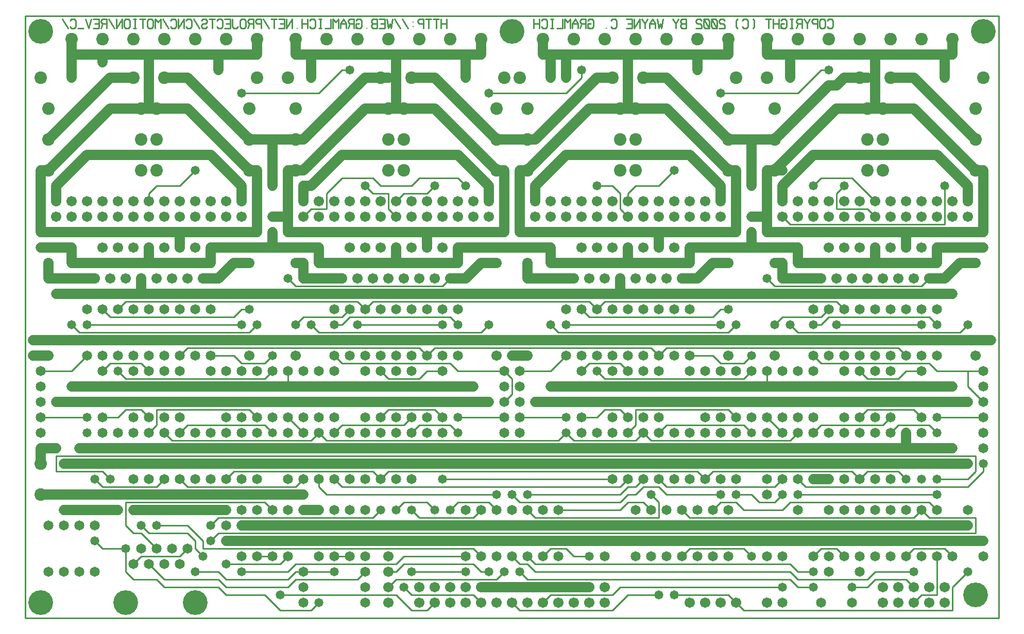
<source format=gbl>
%MOIN*%
%FSLAX25Y25*%
G04 D10 used for Character Trace; *
G04     Circle (OD=.01000) (No hole)*
G04 D11 used for Power Trace; *
G04     Circle (OD=.06700) (No hole)*
G04 D12 used for Signal Trace; *
G04     Circle (OD=.01100) (No hole)*
G04 D13 used for Via; *
G04     Circle (OD=.05800) (Round. Hole ID=.02800)*
G04 D14 used for Component hole; *
G04     Circle (OD=.06500) (Round. Hole ID=.03500)*
G04 D15 used for Component hole; *
G04     Circle (OD=.06700) (Round. Hole ID=.04300)*
G04 D16 used for Component hole; *
G04     Circle (OD=.08100) (Round. Hole ID=.05100)*
G04 D17 used for Component hole; *
G04     Circle (OD=.08900) (Round. Hole ID=.05900)*
G04 D18 used for Component hole; *
G04     Circle (OD=.11300) (Round. Hole ID=.08300)*
G04 D19 used for Component hole; *
G04     Circle (OD=.16000) (Round. Hole ID=.13000)*
G04 D20 used for Component hole; *
G04     Circle (OD=.18300) (Round. Hole ID=.15300)*
G04 D21 used for Component hole; *
G04     Circle (OD=.22291) (Round. Hole ID=.19291)*
%ADD10C,.01000*%
%ADD11C,.06700*%
%ADD12C,.01100*%
%ADD13C,.05800*%
%ADD14C,.06500*%
%ADD15C,.06700*%
%ADD16C,.08100*%
%ADD17C,.08900*%
%ADD18C,.11300*%
%ADD19C,.16000*%
%ADD20C,.18300*%
%ADD21C,.22291*%
%IPPOS*%
%LPD*%
G90*X0Y0D02*D19*X10000Y10000D03*D14*              
X25000Y30000D03*X15000D03*X35000D03*X45000D03*D13*
Y50000D03*D12*X50000Y45000D01*X65000D01*D13*D03*  
D12*Y30000D01*X70000Y25000D01*X85000D01*          
X90000Y20000D01*X125000D01*X130000Y15000D01*      
X155000D01*X165000Y5000D01*X185000D01*            
X190000Y10000D01*D13*D03*D14*X180000Y20000D03*    
Y10000D03*D12*X170000Y20000D02*X175000Y25000D01*  
X130000Y20000D02*X170000D01*X130000D02*           
X125000Y25000D01*X90000D01*X80000Y35000D01*D14*   
D03*D12*X70000D02*X75000Y40000D01*D14*            
X70000Y35000D03*D12*X75000Y40000D02*X100000D01*   
X105000Y45000D01*D14*D03*D12*X110000D02*Y50000D01*
X115000Y40000D02*X110000Y45000D01*D13*            
X115000Y40000D03*D12*Y45000D02*X290000D01*        
X295000Y40000D01*D14*D03*D12*Y30000D02*           
X290000Y35000D01*X295000Y30000D02*X300000D01*D13* 
D03*D12*X240000Y25000D02*X305000D01*              
X235000Y20000D02*X240000Y25000D01*D15*            
X235000Y20000D03*D12*X250000Y5000D02*             
X240000Y15000D01*X250000Y5000D02*X260000D01*      
X265000Y10000D01*D15*D03*X275000Y20000D03*        
X255000D03*X275000Y10000D03*X265000Y20000D03*     
X255000Y10000D03*D12*X250000Y15000D02*X290000D01* 
X295000Y10000D01*D15*D03*X305000Y20000D03*D11*    
X295000D01*D15*D03*X305000Y10000D03*D13*          
X285000Y30000D03*D12*X250000D01*D13*D03*D12*      
X240000D02*X245000Y35000D01*X235000Y30000D02*     
X240000D01*D15*X235000D03*D12*X175000Y35000D02*   
X240000D01*X170000Y30000D02*X175000Y35000D01*     
X140000Y30000D02*X170000D01*D13*X140000D03*D14*   
X150000Y40000D03*D12*X160000D01*D14*D03*D12*      
X130000Y35000D02*X165000D01*D13*X130000D03*D12*   
Y25000D02*X125000Y30000D01*X130000Y25000D02*      
X170000D01*X175000Y30000D01*X180000D01*D14*D03*   
D12*X200000D01*D13*D03*D14*X210000Y40000D03*D12*  
X200000D01*D14*D03*D13*Y50000D03*D11*X180000D01*  
D14*D03*D11*X170000D01*D13*D03*D11*X130000D01*D13*
D03*D12*X120000D02*X125000Y55000D01*D13*          
X120000Y50000D03*D12*X125000Y55000D02*X615000D01* 
Y65000D01*X585000D01*X580000Y70000D01*D14*D03*D12*
X575000Y65000D01*X430000D01*X425000Y70000D01*D14* 
D03*D12*X415000Y80000D02*X450000D01*D13*D03*D12*  
X445000Y70000D02*X450000Y75000D01*D14*            
X445000Y70000D03*D12*X450000Y75000D02*X460000D01* 
X465000Y70000D01*X490000D01*X495000Y75000D01*     
X585000D01*X590000Y70000D01*D14*D03*D13*Y80000D03*
D12*X500000D01*D13*D03*D12*X505000Y85000D02*      
X610000D01*X620000Y95000D01*Y100000D01*D13*D03*   
D12*X615000Y95000D02*Y105000D01*X610000Y90000D02* 
X615000Y95000D01*X590000Y90000D02*X610000D01*D13* 
X590000D03*X580000Y100000D03*D11*X570000D01*D14*  
D03*D11*X520000D01*D13*D03*D11*X420000D01*D13*D03*
D11*X370000D01*D14*D03*D11*X350000D01*D13*D03*D11*
X330000D01*D13*D03*D11*X300000D01*D13*D03*D11*    
X270000D01*D13*D03*D11*X260000D01*D14*D03*D11*    
X210000D01*D13*D03*D11*X110000D01*D13*D03*D11*    
X60000D01*D14*D03*D11*X50000D01*D13*D03*D11*      
X25000D01*D13*D03*D12*X20000Y95000D02*Y105000D01* 
Y95000D02*X50000D01*X55000Y90000D01*D13*D03*D12*  
X50000Y85000D02*X85000D01*X90000Y90000D01*D14*D03*
X100000D03*D12*X105000Y85000D01*X175000D01*       
X180000Y90000D01*D14*D03*D12*X195000Y80000D02*    
X190000Y85000D01*X195000Y80000D02*X305000D01*D13* 
D03*D12*Y70000D02*X300000Y75000D01*D14*           
X305000Y70000D03*D12*X280000Y75000D02*X300000D01* 
X275000Y70000D02*X280000Y75000D01*D13*            
X275000Y70000D03*X285000Y60000D03*D11*X230000D01* 
D13*D03*D11*X190000D01*D13*D03*D11*X160000D01*D13*
D03*D11*X140000D01*D13*D03*D14*X150000Y70000D03*  
D13*X130000D03*D11*X100000D01*D13*D03*D11*        
X70000D01*D13*D03*D12*X65000Y60000D02*Y75000D01*  
X70000Y55000D02*X65000Y60000D01*X70000Y55000D02*  
X75000D01*X85000Y45000D01*D14*D03*X95000D03*      
X75000D03*D12*X80000Y55000D02*X105000D01*         
X110000Y50000D01*X115000Y45000D02*Y50000D01*      
X105000Y60000D01*X85000D01*D13*D03*D12*           
X80000Y55000D02*X75000Y60000D01*D13*D03*          
X60000Y70000D03*D11*X25000D01*D13*D03*D14*        
X35000Y60000D03*D13*Y80000D03*D11*X10000D01*D16*  
D03*Y100000D03*D11*Y110000D01*X20000D01*D13*D03*  
D12*Y105000D02*X615000D01*D14*X620000Y110000D03*  
D13*X610000Y100000D03*D11*X580000D01*             
X520000Y110000D02*X570000D01*D13*X520000D03*D11*  
X470000D01*D13*D03*D11*X420000D01*D13*D03*D11*    
X370000D01*D13*D03*D11*X340000D01*D13*D03*D11*    
X290000D01*D13*D03*D11*X260000D01*D13*D03*D11*    
X210000D01*D13*D03*D11*X160000D01*D13*D03*D11*    
X110000D01*D13*D03*D11*X60000D01*D13*D03*D11*     
X35000D01*D13*D03*X40000Y120000D03*D14*X50000D03* 
Y130000D03*D12*X60000D01*X65000Y135000D01*        
X75000D01*X80000Y130000D01*D14*D03*D12*Y120000D02*
X85000Y125000D01*D14*X80000Y120000D03*D12*        
X85000Y125000D02*Y135000D01*X145000D01*           
X150000Y130000D01*D14*D03*D12*X160000Y120000D02*  
X155000Y125000D01*D13*X160000Y120000D03*D12*      
X105000Y125000D02*X155000D01*X100000Y120000D02*   
X105000Y125000D01*D14*X100000Y120000D03*D12*      
X95000Y115000D02*X185000D01*X190000Y120000D01*D14*
D03*D12*X195000Y115000D01*X345000D01*             
X350000Y120000D01*D13*D03*D12*X355000Y115000D01*  
X395000D01*X400000Y120000D01*D14*D03*D12*         
X405000Y115000D01*X495000D01*X500000Y120000D01*   
D14*D03*X510000Y130000D03*X490000D03*             
X510000Y120000D03*D12*X515000Y125000D01*          
X555000D01*X560000Y130000D01*D14*D03*D12*         
Y120000D02*X565000Y125000D01*D14*                 
X560000Y120000D03*D12*X565000Y125000D02*          
X585000D01*X590000Y120000D01*D13*D03*             
X600000Y110000D03*D11*X580000D01*D14*D03*D11*     
X570000D01*Y120000D01*D14*D03*X580000Y130000D03*  
D12*X575000Y135000D01*X545000D01*                 
X540000Y130000D01*D14*D03*X550000Y120000D03*D13*  
Y140000D03*D11*X530000D01*D13*D03*D11*X510000D01* 
D13*D03*D11*X430000D01*D14*D03*D11*X400000D01*D13*
D03*D11*X380000D01*D13*D03*D11*X360000D01*D14*D03*
D11*X330000D01*D13*D03*X340000Y150000D03*D11*     
X360000D01*D14*D03*D11*X370000D01*D13*D03*D11*    
X380000D01*D13*D03*D11*X400000D01*D13*D03*D11*    
X420000D01*D13*D03*D11*X430000D01*D13*D03*D11*    
X440000D01*D13*D03*D11*X480000D01*X520000D01*D13* 
D03*D11*X530000D01*D13*D03*D11*X580000D01*D14*D03*
D11*X600000D01*D13*D03*X610000Y140000D03*D11*     
X580000D01*D14*D03*D11*X550000D01*D14*Y130000D03* 
D12*X545000Y155000D02*X565000D01*X545000D02*      
X540000Y160000D01*D14*D03*X550000Y170000D03*      
X530000D03*X550000Y160000D03*X540000Y170000D03*   
X530000Y160000D03*D13*X550000Y180000D03*D11*      
X485000D01*D13*D03*D11*X470000D01*D13*D03*D11*    
X455000D01*D13*D03*D11*X390000D01*D13*D03*D11*    
X315000D01*D13*D03*D11*X305000D01*D13*D03*D11*    
X240000D01*D13*D03*D11*X175000D01*D13*D03*D11*    
X160000D01*D13*D03*D11*X145000D01*D13*D03*D11*    
X80000D01*D13*D03*D11*X5000D01*D13*D03*D15*       
X15000Y170000D03*D11*X5000D01*D13*D03*D14*        
X10000Y160000D03*D12*X30000D01*X40000Y170000D01*  
D14*D03*X50000Y160000D03*D12*X55000Y165000D01*    
X75000D01*X80000Y160000D01*D14*D03*D13*           
X90000Y150000D03*D11*X70000D01*D13*D03*D11*       
X60000D01*D13*D03*D11*X50000D01*D14*D03*D11*      
X30000D01*D13*D03*X20000Y140000D03*D11*X50000D01* 
D14*D03*D11*X70000D01*D13*D03*D11*X90000D01*D13*  
D03*D11*X120000D01*D14*D03*D11*X200000D01*D13*D03*
D11*X220000D01*D13*D03*D11*X240000D01*D13*D03*D11*
X260000D01*D13*D03*D11*X270000D01*D14*D03*D11*    
X300000D01*D13*D03*D14*X310000Y130000D03*D12*     
X280000D01*D13*D03*D12*Y120000D02*                
X275000Y125000D01*D13*X280000Y120000D03*D12*      
X255000Y125000D02*X275000D01*X250000Y120000D02*   
X255000Y125000D01*D14*X250000Y120000D03*D12*      
X205000Y125000D02*X245000D01*X200000Y120000D02*   
X205000Y125000D01*D14*X200000Y120000D03*          
X190000Y130000D03*X210000Y120000D03*              
X200000Y130000D03*X180000D03*X220000Y120000D03*   
X180000D03*D12*X170000Y130000D01*D14*D03*         
X160000D03*X170000Y120000D03*D11*                 
X130000Y150000D02*X170000D01*D13*X130000D03*D11*  
X120000D01*D13*D03*D11*X110000D01*D13*D03*D11*    
X90000D01*D14*X100000Y160000D03*X90000D03*        
X110000Y170000D03*X70000D03*Y130000D03*           
X100000Y170000D03*D12*X105000Y175000D01*          
X255000D01*X260000Y170000D01*D14*D03*D12*         
X265000Y175000D01*X405000D01*X410000Y170000D01*   
D14*D03*D12*X415000Y175000D01*X565000D01*         
X570000Y170000D01*D14*D03*X580000Y160000D03*D12*  
X570000D01*X565000Y155000D01*D14*                 
X560000Y160000D03*X580000Y170000D03*X560000D03*   
D12*X590000Y160000D02*X585000Y165000D01*          
X590000Y160000D02*X610000D01*Y150000D01*          
X620000Y140000D01*D14*D03*Y150000D03*Y130000D03*  
D12*X590000D01*D13*D03*D14*X580000Y120000D03*     
X620000Y160000D03*D12*X610000D01*D15*             
X615000Y170000D03*D13*X625000Y180000D03*D11*      
X615000D01*D13*D03*D11*X550000D01*D14*            
X570000Y200000D03*X530000D03*D12*                 
X525000Y205000D01*X375000D01*X370000Y200000D01*   
D14*D03*D12*X365000Y205000D01*X225000D01*         
X220000Y200000D01*D14*D03*D12*X215000Y205000D01*  
X65000D01*X60000Y200000D01*D14*D03*D12*           
X55000Y195000D02*X135000D01*X140000Y200000D01*    
X145000D01*D13*D03*X140000Y190000D03*D12*         
X40000D01*D13*D03*D12*X35000Y185000D02*X145000D01*
X150000Y190000D01*D13*D03*X130000Y210000D03*D11*  
X80000D01*D13*D03*D11*X75000D01*X30000D01*D14*D03*
D11*X20000D01*D13*D03*D11*X15000Y220000D02*       
X45000D01*D15*D03*X55000D03*D14*X30000Y230000D03* 
D11*X80000D01*X120000D01*Y240000D01*X150000D01*   
D13*D03*D11*X160000D01*X170000D01*D13*D03*D11*    
X190000D01*Y230000D01*D14*D03*D11*X240000D01*     
X280000D01*Y240000D01*X310000D01*D13*D03*D11*     
X320000D01*D13*D03*D11*X340000D01*Y230000D01*D14* 
D03*D11*X390000D01*X430000D01*Y240000D01*         
X460000D01*D13*D03*D11*X470000D01*X480000D01*D13* 
D03*D11*X500000D01*Y230000D01*D14*D03*D11*        
X550000D01*X590000D01*Y240000D01*X620000D01*D13*  
D03*D15*X615000Y230000D03*D11*X605000D01*         
X595000Y220000D01*X585000D01*D15*D03*D12*         
X580000Y215000D01*X485000D01*X480000Y220000D01*   
D13*D03*D11*X490000D02*Y230000D01*Y220000D02*     
X515000D01*D15*D03*X525000D03*D14*                
X500000Y210000D03*D11*X440000D01*D13*D03*D11*     
X390000D01*D13*D03*D11*X385000D01*X340000D01*D14* 
D03*D11*X330000D01*D13*D03*D11*X290000D01*D13*D03*
D11*X235000D01*D13*D03*D11*X190000D01*D14*D03*D11*
X130000D01*D14*X120000Y200000D03*D11*             
X115000Y220000D02*X125000D01*D15*X115000D03*D11*  
X125000D02*X135000Y230000D01*X145000D01*D15*D03*  
D11*X160000Y240000D02*Y250000D01*D14*D03*D11*     
X170000D02*Y260000D01*Y250000D02*X260000D01*      
Y240000D01*D15*D03*X270000D03*D11*                
X260000Y250000D02*X310000D01*Y290000D01*          
X305000D01*D16*D03*D11*X275000Y320000D01*D13*D03* 
D11*X270000Y325000D01*D13*D03*D11*                
X265000Y330000D01*X245000D01*D16*D03*D11*         
X240000D01*X235000D01*D16*D03*D11*X220000D01*     
X210000Y320000D01*D13*D03*D11*X205000Y315000D01*  
D13*D03*D11*X180000Y290000D01*X175000D01*D16*D03* 
D11*X170000D01*Y260000D01*X160000D01*D14*D03*D11* 
X140000Y250000D02*X150000D01*D14*X140000D03*D11*  
X100000D01*Y240000D01*D15*D03*X110000D03*D11*     
X10000Y250000D02*X100000D01*X10000D02*Y290000D01* 
X15000D01*D16*D03*D11*X45000Y320000D01*D13*D03*   
D11*X50000Y325000D01*D13*D03*D11*X55000Y330000D01*
X75000D01*D16*D03*D11*X80000D01*X85000D01*D16*D03*
D11*X105000D01*X110000Y325000D01*D13*D03*D11*     
X115000Y320000D01*D13*D03*D11*X145000Y290000D01*  
D16*D03*D11*X150000D01*Y250000D01*D15*            
X140000Y260000D03*X130000Y270000D03*Y260000D03*   
X140000Y270000D03*D11*Y280000D01*                 
X120000Y300000D01*X40000D01*X20000Y280000D01*     
Y270000D01*D15*D03*X30000Y260000D03*Y270000D03*   
X20000Y260000D03*X40000D03*Y270000D03*            
X50000Y240000D03*Y260000D03*D13*X10000Y240000D03* 
D11*X30000D01*Y230000D01*D15*X15000D03*D11*       
Y220000D01*D14*X40000Y200000D03*D13*              
X30000Y190000D03*D12*X35000Y185000D01*D14*        
X50000Y170000D03*Y200000D03*D12*X55000Y195000D01* 
D14*X70000Y200000D03*D11*X75000Y210000D02*        
Y220000D01*D15*D03*D11*X80000Y230000D02*          
Y240000D01*D15*D03*X90000D03*X70000D03*           
X100000Y260000D03*X60000D03*X65000Y220000D03*     
X90000Y260000D03*X80000D03*X60000Y240000D03*      
X85000Y220000D03*X70000Y260000D03*                
X95000Y220000D03*X105000D03*X110000Y270000D03*    
X50000D03*X100000D03*X90000D03*X80000D03*D12*     
Y275000D01*X85000Y280000D01*X100000D01*           
X110000Y290000D01*D13*D03*D15*X120000Y270000D03*  
D16*X85000Y310000D03*Y290000D03*D15*              
X110000Y260000D03*X120000D03*D16*X75000Y310000D03*
Y290000D03*X145000Y310000D03*D11*X160000D01*      
Y280000D01*D14*D03*D15*X180000Y260000D03*D12*     
X185000Y265000D01*X195000D01*Y275000D01*          
X205000Y285000D01*X225000D01*X230000Y280000D01*   
X250000D01*X255000Y285000D01*X280000D01*          
X285000Y280000D01*D13*D03*D15*X280000Y270000D03*  
X290000D03*X300000D03*D11*Y280000D01*             
X280000Y300000D01*X205000D01*X185000Y280000D01*   
X180000D01*Y270000D01*D15*D03*X190000Y260000D03*  
Y270000D03*X200000Y260000D03*Y270000D03*          
X210000Y240000D03*Y260000D03*Y270000D03*          
X220000Y240000D03*Y260000D03*X175000Y230000D03*   
D11*X180000D01*Y220000D01*X205000D01*D15*D03*     
X215000D03*D14*X200000Y200000D03*D15*             
X225000Y220000D03*D14*X210000Y200000D03*D12*      
X205000Y195000D01*X180000D01*X175000Y190000D01*   
D13*D03*X185000D03*D12*X190000Y185000D01*         
X295000D01*X300000Y190000D01*D13*D03*D14*         
X280000Y170000D03*Y200000D03*D13*Y190000D03*D12*  
X275000Y195000D01*X210000D01*X205000Y190000D01*   
X200000D01*D13*D03*X215000D03*D12*X270000D01*D13* 
D03*D14*X260000Y200000D03*X270000D03*             
X250000Y170000D03*Y200000D03*X270000Y170000D03*   
D12*X175000Y215000D02*X270000D01*X175000D02*      
X170000Y220000D01*D13*D03*D14*X220000Y170000D03*  
D15*Y270000D03*D14*X120000Y170000D03*D12*         
X135000D01*X140000Y165000D01*X155000D01*          
X160000Y170000D01*D13*D03*D14*X170000Y160000D03*  
D12*Y150000D01*D11*X210000D01*D13*D03*D11*        
X220000D01*D13*D03*D11*X260000D01*D14*D03*D11*    
X270000D01*D14*D03*D11*X290000D01*D13*D03*D12*    
X280000Y160000D02*X310000D01*D14*D03*D12*         
X315000Y155000D01*Y145000D01*X310000Y140000D01*   
D14*D03*X320000Y130000D03*D12*X350000D01*D13*D03* 
D14*X360000Y120000D03*Y130000D03*D12*X370000D01*  
X375000Y135000D01*X385000D01*X390000Y130000D01*   
D14*D03*D12*Y120000D02*X395000Y125000D01*D14*     
X390000Y120000D03*D12*X395000Y125000D02*          
Y135000D01*X455000D01*X460000Y130000D01*D14*D03*  
D12*X470000Y120000D02*X465000Y125000D01*D13*      
X470000Y120000D03*D12*X415000Y125000D02*          
X465000D01*X410000Y120000D02*X415000Y125000D01*   
D14*X410000Y120000D03*X400000Y130000D03*          
X420000Y120000D03*X410000Y130000D03*              
X430000Y120000D03*D12*X440000Y90000D02*           
X435000Y95000D01*D14*X440000Y90000D03*D12*        
X445000Y95000D01*X535000D01*X540000Y90000D01*D14* 
D03*D12*X545000Y95000D01*X565000D01*              
X570000Y90000D01*D13*D03*X580000D03*D14*          
X560000D03*X550000Y70000D03*X560000D03*           
X550000Y90000D03*X570000Y70000D03*                
X540000Y120000D03*Y70000D03*X610000Y50000D03*D11* 
X560000D01*D13*D03*D11*X530000D01*D13*D03*D11*    
X510000D01*D13*D03*D11*X500000D01*D14*D03*D11*    
X455000D01*D13*D03*D11*X365000D01*D13*D03*D11*    
X345000D01*D13*D03*D11*X245000D01*D13*D03*D11*    
X220000D01*D13*D03*D11*X200000D01*D14*            
X190000Y40000D03*X220000Y30000D03*D12*            
X215000Y25000D01*X175000D01*X165000Y35000D02*     
X170000Y40000D01*D14*D03*D13*X165000Y15000D03*D12*
X240000D01*D13*X245000Y20000D03*D12*              
X250000Y15000D01*D15*X235000Y10000D03*D12*        
X245000Y35000D02*X290000D01*D14*X285000Y40000D03* 
D12*X245000D01*X240000Y35000D01*D15*              
X235000Y40000D03*D14*X220000D03*Y20000D03*        
Y10000D03*D12*X255000Y65000D02*X290000D01*        
X295000Y70000D01*D14*D03*D11*X285000Y60000D02*    
X355000D01*D13*D03*D11*X375000D01*D14*D03*D11*    
X395000D01*D13*D03*D11*X470000D01*D13*D03*D11*    
X500000D01*D13*D03*D11*X520000D01*D13*D03*D11*    
X610000D01*D13*D03*X620000Y50000D03*D11*          
X615000D01*X610000D01*D12*X615000D01*D14*         
X620000Y40000D03*X600000D03*D12*X595000Y45000D01* 
X575000D01*X570000Y40000D01*D14*D03*X580000D03*   
X560000D03*D13*X575000Y30000D03*D12*X550000D01*   
X545000Y25000D01*X500000D01*X495000Y30000D01*     
X330000D01*X325000Y35000D01*X320000D01*           
X315000Y40000D01*D14*D03*D13*X310000Y30000D03*D12*
X305000Y25000D01*D11*Y20000D02*X315000D01*D15*D03*
D11*X325000D01*D15*D03*D11*X335000D01*D15*D03*D11*
X345000D01*D15*D03*D11*X355000D01*D15*D03*D11*    
X365000D01*D15*D03*X375000Y10000D03*X355000D03*   
X375000Y20000D03*X365000Y10000D03*D12*            
X320000Y5000D02*X380000D01*X320000D02*            
X315000Y10000D01*D15*D03*X325000D03*D12*Y25000D02*
X495000D01*X500000Y20000D01*X510000D01*D13*D03*   
D14*X520000Y30000D03*D12*X500000D02*X510000D01*   
D13*D03*D14*X520000Y40000D03*X510000D03*D12*      
X515000Y45000D01*X525000D01*X530000Y40000D01*D14* 
D03*X540000Y30000D03*Y40000D03*D12*               
X545000Y20000D02*X550000Y25000D01*                
X535000Y20000D02*X545000D01*D13*X535000D03*D14*   
Y10000D03*D12*X550000Y25000D02*X570000D01*        
X575000Y20000D01*D15*D03*D12*Y10000D02*           
X580000Y15000D01*D15*X575000Y10000D03*D12*        
X580000Y15000D02*X590000D01*Y40000D01*D14*D03*D13*
X610000Y30000D03*D12*X600000Y20000D01*Y5000D01*   
X465000D01*X460000Y10000D01*D15*D03*D12*          
X455000Y15000D01*X420000D01*D13*D03*D15*          
X430000Y10000D03*D13*X410000Y15000D03*D12*        
X390000D01*X380000Y5000D01*X340000Y15000D02*      
X380000D01*X335000Y10000D02*X340000Y15000D01*D15* 
X335000Y10000D03*X345000D03*D12*X325000Y25000D02* 
X320000Y30000D01*D13*D03*D14*X325000Y40000D03*D12*
X330000Y35000D01*X495000D01*X500000Y30000D01*D14* 
X490000Y40000D03*D13*Y20000D03*D12*X385000D01*    
X380000Y15000D01*D14*X405000Y40000D03*D12*        
X355000D02*X365000D01*D13*D03*D14*X375000D03*D12* 
X355000D02*X350000Y45000D01*X340000D01*           
X335000Y40000D01*D14*D03*X345000D03*D12*          
X330000Y65000D02*X410000D01*Y75000D01*            
X405000Y80000D01*D13*D03*D12*X415000D02*          
X410000Y85000D01*X400000D01*X395000Y80000D01*     
X390000D01*X385000Y75000D01*X320000D01*           
X315000Y80000D01*D13*D03*D14*X325000Y70000D03*D12*
X330000Y65000D01*D14*X335000Y70000D03*X315000D03* 
X345000D03*D12*X385000D01*X390000Y75000D01*       
X400000D01*X405000Y70000D01*D14*D03*X415000D03*   
X395000D03*D12*X385000Y80000D02*X390000Y85000D01* 
X325000Y80000D02*X385000D01*D13*X325000D03*D14*   
X305000Y40000D03*X320000Y120000D03*               
X285000Y70000D03*X310000Y120000D03*X370000D03*    
X270000Y130000D03*D12*X265000Y135000D01*          
X235000D01*X230000Y130000D01*D14*D03*             
X240000Y120000D03*Y130000D03*X220000D03*          
X230000Y120000D03*D12*X245000Y125000D02*          
X250000Y130000D01*D14*D03*X260000Y120000D03*      
Y130000D03*X270000Y120000D03*D12*                 
X235000Y155000D02*X255000D01*X235000D02*          
X230000Y160000D01*D14*D03*X240000Y170000D03*      
Y160000D03*X230000Y170000D03*X220000Y160000D03*   
X210000Y170000D03*X250000Y160000D03*D12*          
X255000Y155000D02*X260000Y160000D01*X270000D01*   
D14*D03*D12*X280000D02*X275000Y165000D01*         
X205000D01*X200000Y170000D01*D14*D03*             
X190000Y160000D03*X200000D03*X180000D03*D15*      
X175000Y170000D03*D14*X230000Y200000D03*          
X160000Y160000D03*D12*X155000Y155000D01*X65000D01*
X60000Y160000D01*D13*D03*D14*X70000D03*           
X60000Y170000D03*X80000D03*X90000Y130000D03*D13*  
X40000D03*D12*X10000D01*D14*D03*Y140000D03*       
Y120000D03*Y150000D03*D13*X45000Y90000D03*D12*    
X50000Y85000D01*X65000Y75000D02*X155000D01*       
X160000Y70000D01*D14*D03*X170000D03*D13*          
X160000Y80000D03*D11*X140000D01*D13*D03*D11*      
X130000D01*D14*D03*D11*X70000D01*D13*D03*D11*     
X35000D01*D14*X15000Y60000D03*X25000D03*X45000D03*
X70000Y90000D03*Y120000D03*X60000D03*             
X80000Y90000D03*X90000Y35000D03*Y120000D03*D12*   
X95000Y115000D01*D14*X100000Y130000D03*           
X110000Y120000D03*X120000Y90000D03*Y120000D03*    
X110000Y90000D03*X130000D03*D12*X135000Y95000D01* 
X225000D01*X230000Y90000D01*D14*D03*D12*          
X235000Y95000D01*X435000D01*D14*X430000Y90000D03* 
X450000D03*X420000D03*D12*X415000Y85000D02*       
X485000D01*X490000Y90000D01*D14*D03*              
X480000Y80000D03*X500000Y90000D03*D12*            
X505000Y85000D01*D14*X510000Y90000D03*D11*        
X520000D01*D14*D03*X530000D03*X500000Y70000D03*   
X520000D03*X530000D03*X490000Y120000D03*D12*      
X480000Y130000D01*D14*D03*X470000D03*             
X480000Y120000D03*X500000Y130000D03*D12*          
X480000Y150000D02*Y160000D01*D14*D03*D13*         
X470000Y170000D03*D12*X465000Y165000D01*          
X450000D01*X445000Y170000D01*X430000D01*D14*D03*  
X440000Y160000D03*X420000Y170000D03*              
X430000Y160000D03*D13*X450000Y190000D03*D12*      
X350000D01*D13*D03*D12*X345000Y185000D02*         
X455000D01*X460000Y190000D01*D13*D03*D12*         
X445000Y195000D02*X450000Y200000D01*              
X365000Y195000D02*X445000D01*X365000D02*          
X360000Y200000D01*D14*D03*X350000D03*D12*         
X345000Y185000D02*X340000Y190000D01*D13*D03*D14*  
X360000Y170000D03*D15*X325000D03*D11*X315000D01*  
D13*D03*D15*X305000D03*D14*X320000Y160000D03*D12* 
X340000D01*X350000Y170000D01*D14*D03*             
X360000Y160000D03*D12*X365000Y165000D01*          
X385000D01*X390000Y160000D01*D14*D03*             
X400000Y170000D03*X380000D03*X400000Y160000D03*   
X390000Y170000D03*X380000Y160000D03*D12*          
X375000Y155000D02*X465000D01*X470000Y160000D01*   
D14*D03*X460000D03*D15*X455000Y170000D03*         
X485000D03*D14*X490000Y160000D03*X450000D03*      
X440000Y130000D03*D13*X495000Y190000D03*D12*      
X500000Y185000D01*X605000D01*X610000Y190000D01*   
D13*D03*D14*X590000Y170000D03*Y200000D03*D13*     
Y190000D03*D12*X585000Y195000D01*X520000D01*      
X515000Y190000D01*X510000D01*D13*D03*D12*         
X490000Y195000D02*X515000D01*X485000Y190000D02*   
X490000Y195000D01*D13*X485000Y190000D03*D11*      
X500000Y210000D02*X545000D01*D13*D03*D11*         
X600000D01*D13*D03*X580000Y190000D03*D12*         
X525000D01*D13*D03*D12*X515000Y195000D02*         
X520000Y200000D01*D14*D03*X510000D03*D15*         
X535000Y220000D03*D14*X540000Y200000D03*D15*      
X545000Y220000D03*D11*X550000Y230000D02*          
Y240000D01*D15*D03*X560000D03*X540000D03*         
X570000Y260000D03*X530000D03*X560000D03*          
X570000Y240000D03*D11*Y250000D01*X480000D01*      
Y260000D01*X470000D01*D14*D03*D11*                
X450000Y250000D02*X460000D01*D14*X450000D03*D11*  
X410000D01*Y240000D01*D15*D03*X420000D03*D11*     
X320000Y250000D02*X410000D01*X320000D02*          
Y290000D01*X325000D01*D16*D03*D11*                
X355000Y320000D01*D13*D03*D11*X360000Y325000D01*  
D13*D03*D11*X365000Y330000D01*X385000D01*D16*D03* 
D11*X390000D01*X395000D01*D16*D03*D11*X415000D01* 
X420000Y325000D01*D13*D03*D11*X425000Y320000D01*  
D13*D03*D11*X455000Y290000D01*D16*D03*D11*        
X460000D01*Y250000D01*X470000Y240000D02*          
Y250000D01*D14*D03*D11*X480000Y260000D02*         
Y290000D01*X485000D01*D16*D03*D11*X490000D01*     
X485000D02*X515000Y320000D01*D13*D03*D11*         
X520000Y325000D01*D13*D03*D11*X525000Y330000D01*  
X545000D01*D16*D03*D11*X550000D01*X555000D01*D16* 
D03*D11*X575000D01*X580000Y325000D01*D13*D03*D11* 
X585000Y320000D01*D13*D03*D11*X615000Y290000D01*  
D16*D03*D11*X620000D01*Y250000D01*X570000D01*D15* 
X580000Y240000D03*Y260000D03*X590000Y270000D03*   
X550000D03*D12*X535000Y285000D01*X515000D01*      
X510000Y280000D01*D13*D03*D15*X520000Y270000D03*  
X500000D03*X510000D03*D12*X525000Y265000D02*      
X545000D01*X550000Y260000D01*D15*D03*             
X560000Y270000D03*X540000D03*Y260000D03*D13*      
X530000Y280000D03*D12*X525000Y275000D01*          
Y265000D01*D15*X530000Y270000D03*                 
X520000Y260000D03*X510000D03*D16*                 
X545000Y290000D03*D15*X520000Y240000D03*          
X500000Y260000D03*X530000Y240000D03*D12*          
X495000Y255000D02*X595000D01*Y280000D01*D13*D03*  
D15*X600000Y270000D03*X610000D03*D11*Y280000D01*  
X590000Y300000D01*X510000D01*X490000Y280000D01*   
Y270000D01*D15*D03*Y260000D03*D12*                
X495000Y255000D01*D14*X470000Y280000D03*D11*      
Y310000D01*X455000D01*D16*D03*D11*                
X415000Y350000D01*X400000D01*D16*D03*D11*         
X390000Y330000D02*Y365000D01*X330000Y310000D02*   
X370000Y350000D01*X325000Y310000D02*X330000D01*   
D16*X325000D03*D11*X305000D01*D16*D03*D11*        
X265000Y350000D01*X250000D01*D16*D03*D11*         
X230000D02*X235000D01*D16*X230000D03*D11*         
X220000D01*X180000Y310000D01*X175000D01*D16*D03*  
D11*X160000D01*X145000D02*X105000Y350000D01*      
X90000D01*D16*D03*D11*X80000Y330000D02*Y365000D01*
D16*X70000Y350000D03*D11*X55000D01*               
X15000Y310000D01*D16*D03*Y330000D03*D13*          
X30000Y350000D03*D11*Y365000D01*X50000D01*        
Y360000D01*D13*D03*D11*Y365000D02*X80000D01*      
X115000D01*D13*D03*D11*X125000D01*Y355000D01*D13* 
D03*D11*Y365000D02*X150000D01*Y375000D01*D16*D03* 
X130000D03*D11*X175000Y365000D02*X185000D01*      
Y350000D01*D13*D03*D12*X140000Y340000D02*         
X190000D01*D13*X140000D03*D16*X150000Y350000D03*  
X145000Y330000D03*X170000Y350000D03*              
X175000Y375000D03*D11*Y365000D01*X185000D02*      
X200000D01*D13*D03*D11*X240000D01*Y330000D01*D16* 
X235000Y310000D03*X245000D03*D13*                 
X210000Y355000D03*D12*X205000D01*                 
X190000Y340000D01*D16*X175000Y330000D03*          
X215000Y375000D03*X195000D03*X235000D03*D11*      
X240000Y365000D02*X270000D01*D13*D03*D11*         
X285000D01*Y350000D01*D13*D03*X300000Y340000D03*  
D12*X350000D01*X360000Y350000D01*Y355000D01*D13*  
D03*D11*X350000Y350000D02*Y365000D01*D13*         
Y350000D03*X340000D03*D11*Y365000D01*X335000D01*  
Y375000D01*D16*D03*D10*X519163Y383086D02*         
X520000Y382129D01*X521674D01*X522511Y383086D01*   
Y386914D01*X521674Y387871D01*X520000D01*          
X519163Y386914D01*X514163Y383086D02*              
X515000Y382129D01*X516674D01*X517511Y383086D01*   
Y386914D01*X516674Y387871D01*X515000D01*          
X514163Y386914D01*Y383086D01*X512511Y382129D02*   
Y387871D01*X510000D01*X509163Y386914D01*          
Y385957D01*X510000Y385000D01*X512511D01*          
X507511Y387871D02*X505837Y385000D01*              
X504163Y387871D01*X505837Y385000D02*Y382129D01*   
X502511D02*Y387871D01*X500000D01*                 
X499163Y386914D01*Y385957D01*X500000Y385000D01*   
X502511D01*X500000D02*X499163Y382129D01*          
X495837D02*Y387871D01*X496674Y382129D02*          
X495000D01*X496674Y387871D02*X495000D01*          
X489163Y383086D02*X490000Y382129D01*X491674D01*   
X492511Y383086D01*Y386914D01*X491674Y387871D01*   
X490000D01*X489163Y386914D01*X490837Y385000D02*   
X489163D01*Y382129D01*X487511D02*Y387871D01*      
X484163Y382129D02*Y387871D01*X487511Y385000D02*   
X484163D01*X480837Y382129D02*Y387871D01*          
X482511D02*X479163D01*X470837D02*                 
X471674Y386914D01*Y383086D01*X470837Y382129D01*   
X464163Y383086D02*X465000Y382129D01*X466674D01*   
X467511Y383086D01*Y386914D01*X466674Y387871D01*   
X465000D01*X464163Y386914D01*X460837Y387871D02*   
X460000Y386914D01*Y383086D01*X460837Y382129D01*   
X452511Y386914D02*X451674Y387871D01*X450000D01*   
X449163Y386914D01*Y385957D01*X450000Y385000D01*   
X451674D01*X452511Y384043D01*Y382129D01*          
X449163D01*X444163Y383086D02*X445000Y382129D01*   
X446674D01*X447511Y383086D01*Y386914D01*          
X446674Y387871D01*X445000D01*X444163Y386914D01*   
Y383086D01*X447511Y382129D02*X444163Y387871D01*   
X439163Y383086D02*X440000Y382129D01*X441674D01*   
X442511Y383086D01*Y386914D01*X441674Y387871D01*   
X440000D01*X439163Y386914D01*Y383086D01*          
X442511Y382129D02*X439163Y387871D01*              
X437511Y386914D02*X436674Y387871D01*X435000D01*   
X434163Y386914D01*Y385957D01*X435000Y385000D01*   
X436674D01*X437511Y384043D01*Y382129D01*          
X434163D01*X427511D02*Y387871D01*X425000D01*      
X424163Y386914D01*Y385957D01*X425000Y385000D01*   
X424163Y384043D01*Y383086D01*X425000Y382129D01*   
X427511D01*Y385000D02*X425000D01*                 
X422511Y387871D02*X420837Y385000D01*              
X419163Y387871D01*X420837Y385000D02*Y382129D01*   
X412511Y387871D02*X411674Y382129D01*              
X410837Y385000D01*X410000Y382129D01*              
X409163Y387871D01*X407511Y382129D02*Y385000D01*   
X405837Y387871D01*X404163Y385000D01*Y382129D01*   
X407511Y385000D02*X404163D01*X402511Y387871D02*   
X400837Y385000D01*X399163Y387871D01*              
X400837Y385000D02*Y382129D01*X397511D02*          
Y387871D01*X394163Y382129D01*Y387871D01*          
X389163Y382129D02*X392511D01*Y387871D01*          
X389163D01*X392511Y385000D02*X390000D01*          
X379163Y383086D02*X380000Y382129D01*X381674D01*   
X382511Y383086D01*Y386914D01*X381674Y387871D01*   
X380000D01*X379163Y386914D01*X375837Y382129D03*   
X364163Y383086D02*X365000Y382129D01*X366674D01*   
X367511Y383086D01*Y386914D01*X366674Y387871D01*   
X365000D01*X364163Y386914D01*X365837Y385000D02*   
X364163D01*Y382129D01*X362511D02*Y387871D01*      
X360000D01*X359163Y386914D01*Y385957D01*          
X360000Y385000D01*X362511D01*X360000D02*          
X359163Y382129D01*X357511D02*Y385000D01*          
X355837Y387871D01*X354163Y385000D01*Y382129D01*   
X357511Y385000D02*X354163D01*X352511Y382129D02*   
Y387871D01*X350837Y385957D01*X349163Y387871D01*   
Y382129D01*X347511Y387871D02*Y382129D01*          
X344163D01*X340837D02*Y387871D01*                 
X341674Y382129D02*X340000D01*X341674Y387871D02*   
X340000D01*X334163Y383086D02*X335000Y382129D01*   
X336674D01*X337511Y383086D01*Y386914D01*          
X336674Y387871D01*X335000D01*X334163Y386914D01*   
X332511Y382129D02*Y387871D01*X329163Y382129D02*   
Y387871D01*X332511Y385000D02*X329163D01*D11*      
X340000Y365000D02*X350000D01*X390000D01*          
X420000D01*D13*D03*D11*X435000D01*Y355000D01*D13* 
D03*D11*Y365000D02*X455000D01*Y375000D01*D16*D03* 
X435000D03*X480000Y350000D03*D11*Y365000D02*      
X495000D01*Y350000D01*D13*D03*D12*                
X450000Y340000D02*X500000D01*D13*X450000D03*D16*  
X460000Y350000D03*X455000Y330000D03*D11*          
X470000Y310000D02*X485000D01*D16*D03*D11*         
X520000Y345000D01*X525000D01*X530000Y350000D01*   
X540000D01*D16*D03*D11*X545000D01*                
X550000Y330000D02*Y365000D01*D16*                 
X560000Y350000D03*D11*X575000D01*                 
X615000Y310000D01*D16*D03*Y330000D03*D15*         
X580000Y270000D03*D16*X620000Y350000D03*D13*      
X595000D03*D11*Y365000D01*X580000D01*D13*D03*D11* 
X550000D01*X510000D01*D13*D03*D11*X495000D01*D16* 
X500000Y375000D03*X480000D03*D11*Y365000D01*D12*  
X500000Y340000D02*X515000Y355000D01*X520000D01*   
D13*D03*D16*X540000Y375000D03*X520000D03*         
X485000Y330000D03*X560000Y375000D03*              
X545000Y310000D03*X555000D03*X580000Y375000D03*   
X555000Y290000D03*D11*X450000Y270000D02*          
Y280000D01*D15*Y270000D03*X440000Y260000D03*D11*  
X450000Y280000D02*X430000Y300000D01*X350000D01*   
X330000Y280000D01*Y270000D01*D15*D03*             
X340000Y260000D03*Y270000D03*X330000Y260000D03*   
X350000D03*Y270000D03*X360000Y240000D03*          
Y260000D03*Y270000D03*X300000Y260000D03*D11*      
X285000Y220000D02*X295000Y230000D01*              
X275000Y220000D02*X285000D01*D15*X275000D03*D12*  
X270000Y215000D01*D15*X265000Y220000D03*          
X255000D03*X245000D03*D11*X295000Y230000D02*      
X305000D01*D15*D03*D11*X325000Y220000D02*         
X355000D01*D15*D03*X365000D03*X370000Y240000D03*  
X375000Y220000D03*D14*X380000Y200000D03*D15*      
Y240000D03*D11*X385000Y210000D02*Y220000D01*D15*  
D03*D11*X390000Y230000D02*Y240000D01*D15*D03*     
X400000D03*X410000Y260000D03*X370000D03*          
X400000D03*X390000D03*D12*X385000Y265000D01*      
Y275000D01*X380000Y280000D01*X370000D01*D13*D03*  
D15*X380000Y270000D03*X370000D03*D16*             
X385000Y290000D03*D15*X390000Y270000D03*D12*      
Y275000D01*X395000Y280000D01*X410000D01*          
X420000Y290000D01*D13*D03*D15*X440000Y270000D03*  
X400000D03*X410000D03*X420000D03*X430000D03*D16*  
X395000Y310000D03*Y290000D03*D15*                 
X450000Y260000D03*X420000D03*X430000D03*D16*      
X385000Y310000D03*D15*X380000Y260000D03*D11*      
X435000Y220000D02*X445000Y230000D01*              
X425000Y220000D02*X435000D01*D15*X425000D03*      
X415000D03*D14*X410000Y200000D03*X420000D03*D15*  
X405000Y220000D03*D14*X430000Y200000D03*D11*      
X445000Y230000D02*X455000D01*D15*D03*D12*         
X450000Y200000D02*X455000D01*D13*D03*D15*         
X485000Y230000D03*D11*X490000D01*D14*             
X550000Y200000D03*X510000Y170000D03*D12*          
X515000Y165000D01*X585000D01*D14*                 
X580000Y200000D03*X560000D03*X620000Y120000D03*   
D15*X575000Y220000D03*X565000D03*X555000D03*D14*  
X530000Y130000D03*Y120000D03*X520000Y170000D03*   
Y120000D03*X510000Y160000D03*X500000D03*D15*      
X610000Y260000D03*X600000D03*X590000D03*D14*      
X610000Y70000D03*D13*X490000Y80000D03*D12*        
X485000Y75000D01*X475000D01*X470000Y80000D01*     
X460000D01*D13*D03*D14*X455000Y70000D03*          
X460000Y90000D03*X480000D03*X435000Y70000D03*D12* 
X425000Y40000D02*X430000Y45000D01*D14*            
X425000Y40000D03*D12*X430000Y45000D02*X465000D01* 
X470000Y40000D01*D13*D03*D14*X480000D03*          
X455000D03*X445000D03*D15*X440000Y10000D03*       
X450000D03*X480000D03*D14*X490000D03*             
X435000Y40000D03*X515000Y10000D03*D12*            
X415000Y85000D02*X410000Y90000D01*D14*D03*        
X400000D03*D12*X395000Y85000D01*X390000D01*D14*   
Y90000D03*D12*X385000Y85000D01*X205000D01*        
X200000Y90000D01*D14*D03*X210000D03*X190000D03*   
D12*Y85000D01*D13*X180000Y80000D03*D11*X160000D01*
D14*X170000Y90000D03*X150000D03*X180000Y70000D03* 
D11*X190000D01*D14*D03*X200000D03*X210000D03*     
X220000D03*Y90000D03*D12*X125000Y65000D02*        
X225000D01*X120000Y60000D02*X125000Y65000D01*D13* 
X120000Y60000D03*D14*X130000D03*X140000Y40000D03* 
Y70000D03*X100000Y35000D03*X140000Y90000D03*D13*  
X110000Y30000D03*D12*X125000D01*D19*              
X110000Y10000D03*X65000D03*D14*X150000Y120000D03* 
X140000D03*X130000D03*X140000Y130000D03*          
X130000D03*D12*X225000Y65000D02*X230000Y70000D01* 
D13*D03*X240000D03*D12*X245000Y75000D01*          
X260000D01*X265000Y70000D01*D13*D03*D12*          
X255000Y65000D02*X250000Y70000D01*D13*D03*        
X270000Y90000D03*D12*X380000D01*D14*D03*          
Y120000D03*Y130000D03*X395000Y40000D03*X415000D03*
X320000Y150000D03*Y140000D03*X440000Y120000D03*   
D12*X375000Y155000D02*X370000Y160000D01*D13*D03*  
D14*Y170000D03*X400000Y200000D03*X390000D03*      
X410000Y160000D03*D15*X395000Y220000D03*D14*      
X310000Y150000D03*D11*X325000Y220000D02*          
Y230000D01*D15*D03*X290000Y260000D03*X280000D03*  
X270000Y270000D03*Y260000D03*D13*                 
X265000Y280000D03*D12*X260000Y275000D01*          
X245000D01*X240000Y270000D01*D15*D03*D12*         
X235000Y265000D02*Y275000D01*X240000Y260000D02*   
X235000Y265000D01*D15*X240000Y260000D03*          
X250000Y270000D03*X230000D03*X250000Y260000D03*   
X230000D03*D12*X225000Y275000D02*X235000D01*      
X225000D02*X220000Y280000D01*D13*D03*D16*         
X235000Y290000D03*X245000D03*D15*                 
X260000Y260000D03*Y270000D03*X230000Y240000D03*   
X240000D03*D11*Y230000D01*D15*X250000Y240000D03*  
X235000Y220000D03*D14*X240000Y200000D03*          
X150000Y160000D03*D15*X145000Y170000D03*D16*      
X325000Y330000D03*X305000D03*D14*                 
X140000Y160000D03*X130000D03*D16*                 
X320000Y350000D03*X310000D03*D14*                 
X120000Y160000D03*X110000Y200000D03*D11*          
X370000Y350000D02*X380000D01*D16*D03*             
X355000Y375000D03*X395000D03*X375000D03*          
X415000D03*D19*X315000Y380000D03*D16*             
X295000Y375000D03*D11*Y365000D01*X285000D01*D16*  
X275000Y375000D03*X255000D03*X110000D03*D14*      
X100000Y200000D03*X90000Y170000D03*D16*Y375000D03*
D14*Y200000D03*X80000D03*D16*X70000Y375000D03*D15*
Y270000D03*X60000D03*D16*X50000Y375000D03*D14*    
X450000Y130000D03*Y120000D03*X460000D03*D16*      
X30000Y375000D03*D11*Y365000D01*D19*              
X10000Y380000D03*D10*X272511Y382129D02*Y387871D01*
X269163Y382129D02*Y387871D01*X272511Y385000D02*   
X269163D01*X265837Y382129D02*Y387871D01*          
X267511D02*X264163D01*X260837Y382129D02*          
Y387871D01*X262511D02*X259163D01*                 
X257511Y382129D02*Y387871D01*X255000D01*          
X254163Y386914D01*Y385957D01*X255000Y385000D01*   
X257511D01*X250837Y385957D03*Y383086D03*          
X247511Y382129D02*X244163Y387871D01*              
X242511Y382129D02*X239163Y387871D01*X237511D02*   
X236674Y382129D01*X235837Y385000D01*              
X235000Y382129D01*X234163Y387871D01*              
X229163Y382129D02*X232511D01*Y387871D01*          
X229163D01*X232511Y385000D02*X230000D01*          
X227511Y382129D02*Y387871D01*X225000D01*          
X224163Y386914D01*Y385957D01*X225000Y385000D01*   
X224163Y384043D01*Y383086D01*X225000Y382129D01*   
X227511D01*Y385000D02*X225000D01*                 
X220837Y382129D03*X214163Y383086D02*              
X215000Y382129D01*X216674D01*X217511Y383086D01*   
Y386914D01*X216674Y387871D01*X215000D01*          
X214163Y386914D01*X215837Y385000D02*X214163D01*   
Y382129D01*X212511D02*Y387871D01*X210000D01*      
X209163Y386914D01*Y385957D01*X210000Y385000D01*   
X212511D01*X210000D02*X209163Y382129D01*          
X207511D02*Y385000D01*X205837Y387871D01*          
X204163Y385000D01*Y382129D01*X207511Y385000D02*   
X204163D01*X202511Y382129D02*Y387871D01*          
X200837Y385957D01*X199163Y387871D01*Y382129D01*   
X197511Y387871D02*Y382129D01*X194163D01*          
X190837D02*Y387871D01*X191674Y382129D02*          
X190000D01*X191674Y387871D02*X190000D01*          
X184163Y383086D02*X185000Y382129D01*X186674D01*   
X187511Y383086D01*Y386914D01*X186674Y387871D01*   
X185000D01*X184163Y386914D01*X182511Y382129D02*   
Y387871D01*X179163Y382129D02*Y387871D01*          
X182511Y385000D02*X179163D01*X175837Y382129D03*   
X172511D02*Y387871D01*X169163Y382129D01*          
Y387871D01*X164163Y382129D02*X167511D01*          
Y387871D01*X164163D01*X167511Y385000D02*          
X165000D01*X160837Y382129D02*Y387871D01*          
X162511D02*X159163D01*X157511Y382129D02*          
X154163Y387871D01*X152511Y382129D02*Y387871D01*   
X150000D01*X149163Y386914D01*Y385957D01*          
X150000Y385000D01*X152511D01*X147511Y382129D02*   
Y387871D01*X145000D01*X144163Y386914D01*          
Y385957D01*X145000Y385000D01*X147511D01*          
X145000D02*X144163Y382129D01*X139163Y383086D02*   
X140000Y382129D01*X141674D01*X142511Y383086D01*   
Y386914D01*X141674Y387871D01*X140000D01*          
X139163Y386914D01*Y383086D01*X137511D02*          
X136674Y382129D01*X135000D01*X134163Y383086D01*   
Y387871D01*X129163Y382129D02*X132511D01*          
Y387871D01*X129163D01*X132511Y385000D02*          
X130000D01*X124163Y383086D02*X125000Y382129D01*   
X126674D01*X127511Y383086D01*Y386914D01*          
X126674Y387871D01*X125000D01*X124163Y386914D01*   
X120837Y382129D02*Y387871D01*X122511D02*          
X119163D01*X114163Y386914D02*X115000Y387871D01*   
X116674D01*X117511Y386914D01*Y385957D01*          
X116674Y385000D01*X115000D01*X114163Y384043D01*   
Y383086D01*X115000Y382129D01*X116674D01*          
X117511Y383086D01*X112511Y382129D02*              
X109163Y387871D01*X104163Y383086D02*              
X105000Y382129D01*X106674D01*X107511Y383086D01*   
Y386914D01*X106674Y387871D01*X105000D01*          
X104163Y386914D01*X102511Y382129D02*Y387871D01*   
X99163Y382129D01*Y387871D01*X94163Y383086D02*     
X95000Y382129D01*X96674D01*X97511Y383086D01*      
Y386914D01*X96674Y387871D01*X95000D01*            
X94163Y386914D01*X92511Y382129D02*                
X89163Y387871D01*X87511Y382129D02*Y387871D01*     
X85837Y385957D01*X84163Y387871D01*Y382129D01*     
X79163Y383086D02*X80000Y382129D01*X81674D01*      
X82511Y383086D01*Y386914D01*X81674Y387871D01*     
X80000D01*X79163Y386914D01*Y383086D01*            
X75837Y382129D02*Y387871D01*X77511D02*X74163D01*  
X70837Y382129D02*Y387871D01*X71674Y382129D02*     
X70000D01*X71674Y387871D02*X70000D01*             
X64163Y383086D02*X65000Y382129D01*X66674D01*      
X67511Y383086D01*Y386914D01*X66674Y387871D01*     
X65000D01*X64163Y386914D01*Y383086D01*            
X62511Y382129D02*Y387871D01*X59163Y382129D01*     
Y387871D01*X57511Y382129D02*X54163Y387871D01*     
X52511Y382129D02*Y387871D01*X50000D01*            
X49163Y386914D01*Y385957D01*X50000Y385000D01*     
X52511D01*X50000D02*X49163Y382129D01*X44163D02*   
X47511D01*Y387871D01*X44163D01*X47511Y385000D02*  
X45000D01*X42511Y387871D02*X40837Y382129D01*      
X39163Y387871D01*X37511Y382129D02*X34163D01*      
X29163Y383086D02*X30000Y382129D01*X31674D01*      
X32511Y383086D01*Y386914D01*X31674Y387871D01*     
X30000D01*X29163Y386914D01*X27511Y382129D02*      
X24163Y387871D01*D16*X10000Y350000D03*D12*X0Y0D02*
Y390000D01*Y0D02*X630000D01*Y390000D01*X0D01*D14* 
X240000Y90000D03*X250000D03*D15*X285000Y20000D03* 
Y10000D03*D14*X550000Y40000D03*D15*               
X555000Y10000D03*Y20000D03*X565000Y10000D03*      
Y20000D03*X570000Y270000D03*X585000Y10000D03*     
Y20000D03*X595000Y10000D03*Y20000D03*D11*         
Y365000D02*X600000D01*Y375000D01*D16*D03*D19*     
X620000Y380000D03*X615000Y15000D03*M02*           

</source>
